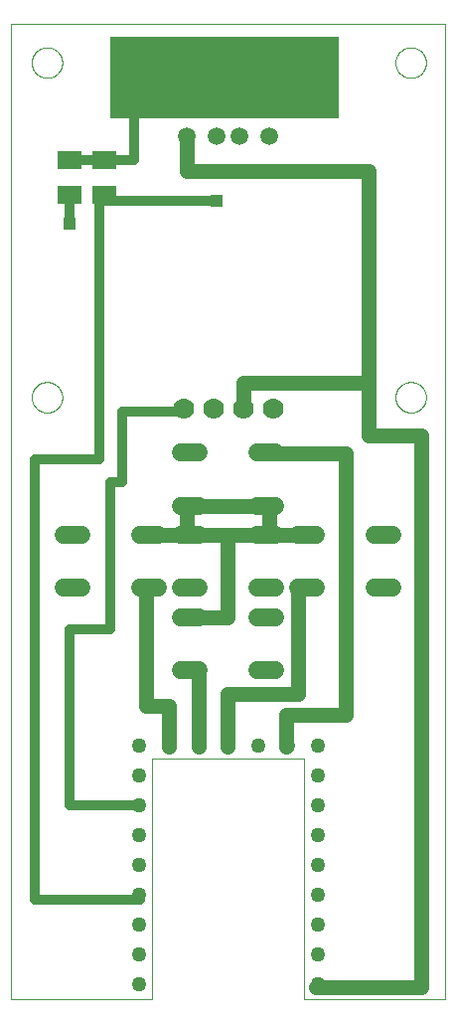
<source format=gbl>
G75*
%MOIN*%
%OFA0B0*%
%FSLAX25Y25*%
%IPPOS*%
%LPD*%
%AMOC8*
5,1,8,0,0,1.08239X$1,22.5*
%
%ADD10C,0.00000*%
%ADD11R,0.76772X0.27559*%
%ADD12C,0.06000*%
%ADD13C,0.05937*%
%ADD14R,0.07874X0.05906*%
%ADD15C,0.05000*%
%ADD16C,0.05000*%
%ADD17C,0.03200*%
%ADD18R,0.03962X0.03962*%
%ADD19C,0.07000*%
D10*
X0001000Y0006757D02*
X0048244Y0006757D01*
X0048244Y0087309D01*
X0099425Y0087309D01*
X0099425Y0006757D01*
X0146669Y0006757D01*
X0146669Y0333608D01*
X0001000Y0333608D01*
X0001000Y0006757D01*
X0048244Y0006600D02*
X0048244Y0006757D01*
X0099425Y0006757D02*
X0099425Y0006600D01*
X0130060Y0208547D02*
X0130062Y0208690D01*
X0130068Y0208833D01*
X0130078Y0208975D01*
X0130092Y0209117D01*
X0130110Y0209259D01*
X0130132Y0209401D01*
X0130157Y0209541D01*
X0130187Y0209681D01*
X0130221Y0209820D01*
X0130258Y0209958D01*
X0130300Y0210095D01*
X0130345Y0210230D01*
X0130394Y0210364D01*
X0130446Y0210497D01*
X0130502Y0210629D01*
X0130562Y0210758D01*
X0130626Y0210886D01*
X0130693Y0211013D01*
X0130764Y0211137D01*
X0130838Y0211259D01*
X0130915Y0211379D01*
X0130996Y0211497D01*
X0131080Y0211613D01*
X0131167Y0211726D01*
X0131257Y0211837D01*
X0131351Y0211945D01*
X0131447Y0212051D01*
X0131546Y0212153D01*
X0131649Y0212253D01*
X0131753Y0212350D01*
X0131861Y0212445D01*
X0131971Y0212536D01*
X0132084Y0212624D01*
X0132199Y0212708D01*
X0132316Y0212790D01*
X0132436Y0212868D01*
X0132557Y0212943D01*
X0132681Y0213015D01*
X0132807Y0213083D01*
X0132934Y0213147D01*
X0133064Y0213208D01*
X0133195Y0213265D01*
X0133327Y0213319D01*
X0133461Y0213368D01*
X0133596Y0213415D01*
X0133733Y0213457D01*
X0133871Y0213495D01*
X0134009Y0213530D01*
X0134149Y0213560D01*
X0134289Y0213587D01*
X0134430Y0213610D01*
X0134572Y0213629D01*
X0134714Y0213644D01*
X0134857Y0213655D01*
X0134999Y0213662D01*
X0135142Y0213665D01*
X0135285Y0213664D01*
X0135428Y0213659D01*
X0135571Y0213650D01*
X0135713Y0213637D01*
X0135855Y0213620D01*
X0135996Y0213599D01*
X0136137Y0213574D01*
X0136277Y0213546D01*
X0136416Y0213513D01*
X0136554Y0213476D01*
X0136691Y0213436D01*
X0136827Y0213392D01*
X0136962Y0213344D01*
X0137095Y0213292D01*
X0137227Y0213237D01*
X0137357Y0213178D01*
X0137486Y0213115D01*
X0137612Y0213049D01*
X0137737Y0212979D01*
X0137860Y0212906D01*
X0137980Y0212830D01*
X0138099Y0212750D01*
X0138215Y0212666D01*
X0138329Y0212580D01*
X0138440Y0212490D01*
X0138549Y0212398D01*
X0138655Y0212302D01*
X0138759Y0212204D01*
X0138860Y0212102D01*
X0138957Y0211998D01*
X0139052Y0211891D01*
X0139144Y0211782D01*
X0139233Y0211670D01*
X0139319Y0211555D01*
X0139401Y0211439D01*
X0139480Y0211319D01*
X0139556Y0211198D01*
X0139628Y0211075D01*
X0139697Y0210950D01*
X0139762Y0210823D01*
X0139824Y0210694D01*
X0139882Y0210563D01*
X0139937Y0210431D01*
X0139987Y0210297D01*
X0140034Y0210162D01*
X0140078Y0210026D01*
X0140117Y0209889D01*
X0140152Y0209750D01*
X0140184Y0209611D01*
X0140212Y0209471D01*
X0140236Y0209330D01*
X0140256Y0209188D01*
X0140272Y0209046D01*
X0140284Y0208904D01*
X0140292Y0208761D01*
X0140296Y0208618D01*
X0140296Y0208476D01*
X0140292Y0208333D01*
X0140284Y0208190D01*
X0140272Y0208048D01*
X0140256Y0207906D01*
X0140236Y0207764D01*
X0140212Y0207623D01*
X0140184Y0207483D01*
X0140152Y0207344D01*
X0140117Y0207205D01*
X0140078Y0207068D01*
X0140034Y0206932D01*
X0139987Y0206797D01*
X0139937Y0206663D01*
X0139882Y0206531D01*
X0139824Y0206400D01*
X0139762Y0206271D01*
X0139697Y0206144D01*
X0139628Y0206019D01*
X0139556Y0205896D01*
X0139480Y0205775D01*
X0139401Y0205655D01*
X0139319Y0205539D01*
X0139233Y0205424D01*
X0139144Y0205312D01*
X0139052Y0205203D01*
X0138957Y0205096D01*
X0138860Y0204992D01*
X0138759Y0204890D01*
X0138655Y0204792D01*
X0138549Y0204696D01*
X0138440Y0204604D01*
X0138329Y0204514D01*
X0138215Y0204428D01*
X0138099Y0204344D01*
X0137980Y0204264D01*
X0137860Y0204188D01*
X0137737Y0204115D01*
X0137612Y0204045D01*
X0137486Y0203979D01*
X0137357Y0203916D01*
X0137227Y0203857D01*
X0137095Y0203802D01*
X0136962Y0203750D01*
X0136827Y0203702D01*
X0136691Y0203658D01*
X0136554Y0203618D01*
X0136416Y0203581D01*
X0136277Y0203548D01*
X0136137Y0203520D01*
X0135996Y0203495D01*
X0135855Y0203474D01*
X0135713Y0203457D01*
X0135571Y0203444D01*
X0135428Y0203435D01*
X0135285Y0203430D01*
X0135142Y0203429D01*
X0134999Y0203432D01*
X0134857Y0203439D01*
X0134714Y0203450D01*
X0134572Y0203465D01*
X0134430Y0203484D01*
X0134289Y0203507D01*
X0134149Y0203534D01*
X0134009Y0203564D01*
X0133871Y0203599D01*
X0133733Y0203637D01*
X0133596Y0203679D01*
X0133461Y0203726D01*
X0133327Y0203775D01*
X0133195Y0203829D01*
X0133064Y0203886D01*
X0132934Y0203947D01*
X0132807Y0204011D01*
X0132681Y0204079D01*
X0132557Y0204151D01*
X0132436Y0204226D01*
X0132316Y0204304D01*
X0132199Y0204386D01*
X0132084Y0204470D01*
X0131971Y0204558D01*
X0131861Y0204649D01*
X0131753Y0204744D01*
X0131649Y0204841D01*
X0131546Y0204941D01*
X0131447Y0205043D01*
X0131351Y0205149D01*
X0131257Y0205257D01*
X0131167Y0205368D01*
X0131080Y0205481D01*
X0130996Y0205597D01*
X0130915Y0205715D01*
X0130838Y0205835D01*
X0130764Y0205957D01*
X0130693Y0206081D01*
X0130626Y0206208D01*
X0130562Y0206336D01*
X0130502Y0206465D01*
X0130446Y0206597D01*
X0130394Y0206730D01*
X0130345Y0206864D01*
X0130300Y0206999D01*
X0130258Y0207136D01*
X0130221Y0207274D01*
X0130187Y0207413D01*
X0130157Y0207553D01*
X0130132Y0207693D01*
X0130110Y0207835D01*
X0130092Y0207977D01*
X0130078Y0208119D01*
X0130068Y0208261D01*
X0130062Y0208404D01*
X0130060Y0208547D01*
X0095173Y0306837D02*
X0095175Y0306971D01*
X0095181Y0307105D01*
X0095191Y0307239D01*
X0095205Y0307373D01*
X0095223Y0307506D01*
X0095244Y0307638D01*
X0095270Y0307770D01*
X0095300Y0307901D01*
X0095333Y0308031D01*
X0095370Y0308159D01*
X0095412Y0308287D01*
X0095456Y0308414D01*
X0095505Y0308539D01*
X0095557Y0308662D01*
X0095613Y0308784D01*
X0095673Y0308905D01*
X0095736Y0309023D01*
X0095802Y0309140D01*
X0095872Y0309254D01*
X0095945Y0309367D01*
X0096022Y0309477D01*
X0096102Y0309585D01*
X0096185Y0309690D01*
X0096271Y0309793D01*
X0096360Y0309893D01*
X0096452Y0309991D01*
X0096547Y0310086D01*
X0096645Y0310178D01*
X0096745Y0310267D01*
X0096848Y0310353D01*
X0096953Y0310436D01*
X0097061Y0310516D01*
X0097171Y0310593D01*
X0097284Y0310666D01*
X0097398Y0310736D01*
X0097515Y0310802D01*
X0097633Y0310865D01*
X0097754Y0310925D01*
X0097876Y0310981D01*
X0097999Y0311033D01*
X0098124Y0311082D01*
X0098251Y0311126D01*
X0098379Y0311168D01*
X0098507Y0311205D01*
X0098637Y0311238D01*
X0098768Y0311268D01*
X0098900Y0311294D01*
X0099032Y0311315D01*
X0099165Y0311333D01*
X0099299Y0311347D01*
X0099433Y0311357D01*
X0099567Y0311363D01*
X0099701Y0311365D01*
X0099835Y0311363D01*
X0099969Y0311357D01*
X0100103Y0311347D01*
X0100237Y0311333D01*
X0100370Y0311315D01*
X0100502Y0311294D01*
X0100634Y0311268D01*
X0100765Y0311238D01*
X0100895Y0311205D01*
X0101023Y0311168D01*
X0101151Y0311126D01*
X0101278Y0311082D01*
X0101403Y0311033D01*
X0101526Y0310981D01*
X0101648Y0310925D01*
X0101769Y0310865D01*
X0101887Y0310802D01*
X0102004Y0310736D01*
X0102118Y0310666D01*
X0102231Y0310593D01*
X0102341Y0310516D01*
X0102449Y0310436D01*
X0102554Y0310353D01*
X0102657Y0310267D01*
X0102757Y0310178D01*
X0102855Y0310086D01*
X0102950Y0309991D01*
X0103042Y0309893D01*
X0103131Y0309793D01*
X0103217Y0309690D01*
X0103300Y0309585D01*
X0103380Y0309477D01*
X0103457Y0309367D01*
X0103530Y0309254D01*
X0103600Y0309140D01*
X0103666Y0309023D01*
X0103729Y0308905D01*
X0103789Y0308784D01*
X0103845Y0308662D01*
X0103897Y0308539D01*
X0103946Y0308414D01*
X0103990Y0308287D01*
X0104032Y0308159D01*
X0104069Y0308031D01*
X0104102Y0307901D01*
X0104132Y0307770D01*
X0104158Y0307638D01*
X0104179Y0307506D01*
X0104197Y0307373D01*
X0104211Y0307239D01*
X0104221Y0307105D01*
X0104227Y0306971D01*
X0104229Y0306837D01*
X0104227Y0306703D01*
X0104221Y0306569D01*
X0104211Y0306435D01*
X0104197Y0306301D01*
X0104179Y0306168D01*
X0104158Y0306036D01*
X0104132Y0305904D01*
X0104102Y0305773D01*
X0104069Y0305643D01*
X0104032Y0305515D01*
X0103990Y0305387D01*
X0103946Y0305260D01*
X0103897Y0305135D01*
X0103845Y0305012D01*
X0103789Y0304890D01*
X0103729Y0304769D01*
X0103666Y0304651D01*
X0103600Y0304534D01*
X0103530Y0304420D01*
X0103457Y0304307D01*
X0103380Y0304197D01*
X0103300Y0304089D01*
X0103217Y0303984D01*
X0103131Y0303881D01*
X0103042Y0303781D01*
X0102950Y0303683D01*
X0102855Y0303588D01*
X0102757Y0303496D01*
X0102657Y0303407D01*
X0102554Y0303321D01*
X0102449Y0303238D01*
X0102341Y0303158D01*
X0102231Y0303081D01*
X0102118Y0303008D01*
X0102004Y0302938D01*
X0101887Y0302872D01*
X0101769Y0302809D01*
X0101648Y0302749D01*
X0101526Y0302693D01*
X0101403Y0302641D01*
X0101278Y0302592D01*
X0101151Y0302548D01*
X0101023Y0302506D01*
X0100895Y0302469D01*
X0100765Y0302436D01*
X0100634Y0302406D01*
X0100502Y0302380D01*
X0100370Y0302359D01*
X0100237Y0302341D01*
X0100103Y0302327D01*
X0099969Y0302317D01*
X0099835Y0302311D01*
X0099701Y0302309D01*
X0099567Y0302311D01*
X0099433Y0302317D01*
X0099299Y0302327D01*
X0099165Y0302341D01*
X0099032Y0302359D01*
X0098900Y0302380D01*
X0098768Y0302406D01*
X0098637Y0302436D01*
X0098507Y0302469D01*
X0098379Y0302506D01*
X0098251Y0302548D01*
X0098124Y0302592D01*
X0097999Y0302641D01*
X0097876Y0302693D01*
X0097754Y0302749D01*
X0097633Y0302809D01*
X0097515Y0302872D01*
X0097398Y0302938D01*
X0097284Y0303008D01*
X0097171Y0303081D01*
X0097061Y0303158D01*
X0096953Y0303238D01*
X0096848Y0303321D01*
X0096745Y0303407D01*
X0096645Y0303496D01*
X0096547Y0303588D01*
X0096452Y0303683D01*
X0096360Y0303781D01*
X0096271Y0303881D01*
X0096185Y0303984D01*
X0096102Y0304089D01*
X0096022Y0304197D01*
X0095945Y0304307D01*
X0095872Y0304420D01*
X0095802Y0304534D01*
X0095736Y0304651D01*
X0095673Y0304769D01*
X0095613Y0304890D01*
X0095557Y0305012D01*
X0095505Y0305135D01*
X0095456Y0305260D01*
X0095412Y0305387D01*
X0095370Y0305515D01*
X0095333Y0305643D01*
X0095300Y0305773D01*
X0095270Y0305904D01*
X0095244Y0306036D01*
X0095223Y0306168D01*
X0095205Y0306301D01*
X0095191Y0306435D01*
X0095181Y0306569D01*
X0095175Y0306703D01*
X0095173Y0306837D01*
X0130060Y0320752D02*
X0130062Y0320895D01*
X0130068Y0321038D01*
X0130078Y0321180D01*
X0130092Y0321322D01*
X0130110Y0321464D01*
X0130132Y0321606D01*
X0130157Y0321746D01*
X0130187Y0321886D01*
X0130221Y0322025D01*
X0130258Y0322163D01*
X0130300Y0322300D01*
X0130345Y0322435D01*
X0130394Y0322569D01*
X0130446Y0322702D01*
X0130502Y0322834D01*
X0130562Y0322963D01*
X0130626Y0323091D01*
X0130693Y0323218D01*
X0130764Y0323342D01*
X0130838Y0323464D01*
X0130915Y0323584D01*
X0130996Y0323702D01*
X0131080Y0323818D01*
X0131167Y0323931D01*
X0131257Y0324042D01*
X0131351Y0324150D01*
X0131447Y0324256D01*
X0131546Y0324358D01*
X0131649Y0324458D01*
X0131753Y0324555D01*
X0131861Y0324650D01*
X0131971Y0324741D01*
X0132084Y0324829D01*
X0132199Y0324913D01*
X0132316Y0324995D01*
X0132436Y0325073D01*
X0132557Y0325148D01*
X0132681Y0325220D01*
X0132807Y0325288D01*
X0132934Y0325352D01*
X0133064Y0325413D01*
X0133195Y0325470D01*
X0133327Y0325524D01*
X0133461Y0325573D01*
X0133596Y0325620D01*
X0133733Y0325662D01*
X0133871Y0325700D01*
X0134009Y0325735D01*
X0134149Y0325765D01*
X0134289Y0325792D01*
X0134430Y0325815D01*
X0134572Y0325834D01*
X0134714Y0325849D01*
X0134857Y0325860D01*
X0134999Y0325867D01*
X0135142Y0325870D01*
X0135285Y0325869D01*
X0135428Y0325864D01*
X0135571Y0325855D01*
X0135713Y0325842D01*
X0135855Y0325825D01*
X0135996Y0325804D01*
X0136137Y0325779D01*
X0136277Y0325751D01*
X0136416Y0325718D01*
X0136554Y0325681D01*
X0136691Y0325641D01*
X0136827Y0325597D01*
X0136962Y0325549D01*
X0137095Y0325497D01*
X0137227Y0325442D01*
X0137357Y0325383D01*
X0137486Y0325320D01*
X0137612Y0325254D01*
X0137737Y0325184D01*
X0137860Y0325111D01*
X0137980Y0325035D01*
X0138099Y0324955D01*
X0138215Y0324871D01*
X0138329Y0324785D01*
X0138440Y0324695D01*
X0138549Y0324603D01*
X0138655Y0324507D01*
X0138759Y0324409D01*
X0138860Y0324307D01*
X0138957Y0324203D01*
X0139052Y0324096D01*
X0139144Y0323987D01*
X0139233Y0323875D01*
X0139319Y0323760D01*
X0139401Y0323644D01*
X0139480Y0323524D01*
X0139556Y0323403D01*
X0139628Y0323280D01*
X0139697Y0323155D01*
X0139762Y0323028D01*
X0139824Y0322899D01*
X0139882Y0322768D01*
X0139937Y0322636D01*
X0139987Y0322502D01*
X0140034Y0322367D01*
X0140078Y0322231D01*
X0140117Y0322094D01*
X0140152Y0321955D01*
X0140184Y0321816D01*
X0140212Y0321676D01*
X0140236Y0321535D01*
X0140256Y0321393D01*
X0140272Y0321251D01*
X0140284Y0321109D01*
X0140292Y0320966D01*
X0140296Y0320823D01*
X0140296Y0320681D01*
X0140292Y0320538D01*
X0140284Y0320395D01*
X0140272Y0320253D01*
X0140256Y0320111D01*
X0140236Y0319969D01*
X0140212Y0319828D01*
X0140184Y0319688D01*
X0140152Y0319549D01*
X0140117Y0319410D01*
X0140078Y0319273D01*
X0140034Y0319137D01*
X0139987Y0319002D01*
X0139937Y0318868D01*
X0139882Y0318736D01*
X0139824Y0318605D01*
X0139762Y0318476D01*
X0139697Y0318349D01*
X0139628Y0318224D01*
X0139556Y0318101D01*
X0139480Y0317980D01*
X0139401Y0317860D01*
X0139319Y0317744D01*
X0139233Y0317629D01*
X0139144Y0317517D01*
X0139052Y0317408D01*
X0138957Y0317301D01*
X0138860Y0317197D01*
X0138759Y0317095D01*
X0138655Y0316997D01*
X0138549Y0316901D01*
X0138440Y0316809D01*
X0138329Y0316719D01*
X0138215Y0316633D01*
X0138099Y0316549D01*
X0137980Y0316469D01*
X0137860Y0316393D01*
X0137737Y0316320D01*
X0137612Y0316250D01*
X0137486Y0316184D01*
X0137357Y0316121D01*
X0137227Y0316062D01*
X0137095Y0316007D01*
X0136962Y0315955D01*
X0136827Y0315907D01*
X0136691Y0315863D01*
X0136554Y0315823D01*
X0136416Y0315786D01*
X0136277Y0315753D01*
X0136137Y0315725D01*
X0135996Y0315700D01*
X0135855Y0315679D01*
X0135713Y0315662D01*
X0135571Y0315649D01*
X0135428Y0315640D01*
X0135285Y0315635D01*
X0135142Y0315634D01*
X0134999Y0315637D01*
X0134857Y0315644D01*
X0134714Y0315655D01*
X0134572Y0315670D01*
X0134430Y0315689D01*
X0134289Y0315712D01*
X0134149Y0315739D01*
X0134009Y0315769D01*
X0133871Y0315804D01*
X0133733Y0315842D01*
X0133596Y0315884D01*
X0133461Y0315931D01*
X0133327Y0315980D01*
X0133195Y0316034D01*
X0133064Y0316091D01*
X0132934Y0316152D01*
X0132807Y0316216D01*
X0132681Y0316284D01*
X0132557Y0316356D01*
X0132436Y0316431D01*
X0132316Y0316509D01*
X0132199Y0316591D01*
X0132084Y0316675D01*
X0131971Y0316763D01*
X0131861Y0316854D01*
X0131753Y0316949D01*
X0131649Y0317046D01*
X0131546Y0317146D01*
X0131447Y0317248D01*
X0131351Y0317354D01*
X0131257Y0317462D01*
X0131167Y0317573D01*
X0131080Y0317686D01*
X0130996Y0317802D01*
X0130915Y0317920D01*
X0130838Y0318040D01*
X0130764Y0318162D01*
X0130693Y0318286D01*
X0130626Y0318413D01*
X0130562Y0318541D01*
X0130502Y0318670D01*
X0130446Y0318802D01*
X0130394Y0318935D01*
X0130345Y0319069D01*
X0130300Y0319204D01*
X0130258Y0319341D01*
X0130221Y0319479D01*
X0130187Y0319618D01*
X0130157Y0319758D01*
X0130132Y0319898D01*
X0130110Y0320040D01*
X0130092Y0320182D01*
X0130078Y0320324D01*
X0130068Y0320466D01*
X0130062Y0320609D01*
X0130060Y0320752D01*
X0043441Y0306837D02*
X0043443Y0306971D01*
X0043449Y0307105D01*
X0043459Y0307239D01*
X0043473Y0307373D01*
X0043491Y0307506D01*
X0043512Y0307638D01*
X0043538Y0307770D01*
X0043568Y0307901D01*
X0043601Y0308031D01*
X0043638Y0308159D01*
X0043680Y0308287D01*
X0043724Y0308414D01*
X0043773Y0308539D01*
X0043825Y0308662D01*
X0043881Y0308784D01*
X0043941Y0308905D01*
X0044004Y0309023D01*
X0044070Y0309140D01*
X0044140Y0309254D01*
X0044213Y0309367D01*
X0044290Y0309477D01*
X0044370Y0309585D01*
X0044453Y0309690D01*
X0044539Y0309793D01*
X0044628Y0309893D01*
X0044720Y0309991D01*
X0044815Y0310086D01*
X0044913Y0310178D01*
X0045013Y0310267D01*
X0045116Y0310353D01*
X0045221Y0310436D01*
X0045329Y0310516D01*
X0045439Y0310593D01*
X0045552Y0310666D01*
X0045666Y0310736D01*
X0045783Y0310802D01*
X0045901Y0310865D01*
X0046022Y0310925D01*
X0046144Y0310981D01*
X0046267Y0311033D01*
X0046392Y0311082D01*
X0046519Y0311126D01*
X0046647Y0311168D01*
X0046775Y0311205D01*
X0046905Y0311238D01*
X0047036Y0311268D01*
X0047168Y0311294D01*
X0047300Y0311315D01*
X0047433Y0311333D01*
X0047567Y0311347D01*
X0047701Y0311357D01*
X0047835Y0311363D01*
X0047969Y0311365D01*
X0048103Y0311363D01*
X0048237Y0311357D01*
X0048371Y0311347D01*
X0048505Y0311333D01*
X0048638Y0311315D01*
X0048770Y0311294D01*
X0048902Y0311268D01*
X0049033Y0311238D01*
X0049163Y0311205D01*
X0049291Y0311168D01*
X0049419Y0311126D01*
X0049546Y0311082D01*
X0049671Y0311033D01*
X0049794Y0310981D01*
X0049916Y0310925D01*
X0050037Y0310865D01*
X0050155Y0310802D01*
X0050272Y0310736D01*
X0050386Y0310666D01*
X0050499Y0310593D01*
X0050609Y0310516D01*
X0050717Y0310436D01*
X0050822Y0310353D01*
X0050925Y0310267D01*
X0051025Y0310178D01*
X0051123Y0310086D01*
X0051218Y0309991D01*
X0051310Y0309893D01*
X0051399Y0309793D01*
X0051485Y0309690D01*
X0051568Y0309585D01*
X0051648Y0309477D01*
X0051725Y0309367D01*
X0051798Y0309254D01*
X0051868Y0309140D01*
X0051934Y0309023D01*
X0051997Y0308905D01*
X0052057Y0308784D01*
X0052113Y0308662D01*
X0052165Y0308539D01*
X0052214Y0308414D01*
X0052258Y0308287D01*
X0052300Y0308159D01*
X0052337Y0308031D01*
X0052370Y0307901D01*
X0052400Y0307770D01*
X0052426Y0307638D01*
X0052447Y0307506D01*
X0052465Y0307373D01*
X0052479Y0307239D01*
X0052489Y0307105D01*
X0052495Y0306971D01*
X0052497Y0306837D01*
X0052495Y0306703D01*
X0052489Y0306569D01*
X0052479Y0306435D01*
X0052465Y0306301D01*
X0052447Y0306168D01*
X0052426Y0306036D01*
X0052400Y0305904D01*
X0052370Y0305773D01*
X0052337Y0305643D01*
X0052300Y0305515D01*
X0052258Y0305387D01*
X0052214Y0305260D01*
X0052165Y0305135D01*
X0052113Y0305012D01*
X0052057Y0304890D01*
X0051997Y0304769D01*
X0051934Y0304651D01*
X0051868Y0304534D01*
X0051798Y0304420D01*
X0051725Y0304307D01*
X0051648Y0304197D01*
X0051568Y0304089D01*
X0051485Y0303984D01*
X0051399Y0303881D01*
X0051310Y0303781D01*
X0051218Y0303683D01*
X0051123Y0303588D01*
X0051025Y0303496D01*
X0050925Y0303407D01*
X0050822Y0303321D01*
X0050717Y0303238D01*
X0050609Y0303158D01*
X0050499Y0303081D01*
X0050386Y0303008D01*
X0050272Y0302938D01*
X0050155Y0302872D01*
X0050037Y0302809D01*
X0049916Y0302749D01*
X0049794Y0302693D01*
X0049671Y0302641D01*
X0049546Y0302592D01*
X0049419Y0302548D01*
X0049291Y0302506D01*
X0049163Y0302469D01*
X0049033Y0302436D01*
X0048902Y0302406D01*
X0048770Y0302380D01*
X0048638Y0302359D01*
X0048505Y0302341D01*
X0048371Y0302327D01*
X0048237Y0302317D01*
X0048103Y0302311D01*
X0047969Y0302309D01*
X0047835Y0302311D01*
X0047701Y0302317D01*
X0047567Y0302327D01*
X0047433Y0302341D01*
X0047300Y0302359D01*
X0047168Y0302380D01*
X0047036Y0302406D01*
X0046905Y0302436D01*
X0046775Y0302469D01*
X0046647Y0302506D01*
X0046519Y0302548D01*
X0046392Y0302592D01*
X0046267Y0302641D01*
X0046144Y0302693D01*
X0046022Y0302749D01*
X0045901Y0302809D01*
X0045783Y0302872D01*
X0045666Y0302938D01*
X0045552Y0303008D01*
X0045439Y0303081D01*
X0045329Y0303158D01*
X0045221Y0303238D01*
X0045116Y0303321D01*
X0045013Y0303407D01*
X0044913Y0303496D01*
X0044815Y0303588D01*
X0044720Y0303683D01*
X0044628Y0303781D01*
X0044539Y0303881D01*
X0044453Y0303984D01*
X0044370Y0304089D01*
X0044290Y0304197D01*
X0044213Y0304307D01*
X0044140Y0304420D01*
X0044070Y0304534D01*
X0044004Y0304651D01*
X0043941Y0304769D01*
X0043881Y0304890D01*
X0043825Y0305012D01*
X0043773Y0305135D01*
X0043724Y0305260D01*
X0043680Y0305387D01*
X0043638Y0305515D01*
X0043601Y0305643D01*
X0043568Y0305773D01*
X0043538Y0305904D01*
X0043512Y0306036D01*
X0043491Y0306168D01*
X0043473Y0306301D01*
X0043459Y0306435D01*
X0043449Y0306569D01*
X0043443Y0306703D01*
X0043441Y0306837D01*
X0008013Y0320752D02*
X0008015Y0320895D01*
X0008021Y0321038D01*
X0008031Y0321180D01*
X0008045Y0321322D01*
X0008063Y0321464D01*
X0008085Y0321606D01*
X0008110Y0321746D01*
X0008140Y0321886D01*
X0008174Y0322025D01*
X0008211Y0322163D01*
X0008253Y0322300D01*
X0008298Y0322435D01*
X0008347Y0322569D01*
X0008399Y0322702D01*
X0008455Y0322834D01*
X0008515Y0322963D01*
X0008579Y0323091D01*
X0008646Y0323218D01*
X0008717Y0323342D01*
X0008791Y0323464D01*
X0008868Y0323584D01*
X0008949Y0323702D01*
X0009033Y0323818D01*
X0009120Y0323931D01*
X0009210Y0324042D01*
X0009304Y0324150D01*
X0009400Y0324256D01*
X0009499Y0324358D01*
X0009602Y0324458D01*
X0009706Y0324555D01*
X0009814Y0324650D01*
X0009924Y0324741D01*
X0010037Y0324829D01*
X0010152Y0324913D01*
X0010269Y0324995D01*
X0010389Y0325073D01*
X0010510Y0325148D01*
X0010634Y0325220D01*
X0010760Y0325288D01*
X0010887Y0325352D01*
X0011017Y0325413D01*
X0011148Y0325470D01*
X0011280Y0325524D01*
X0011414Y0325573D01*
X0011549Y0325620D01*
X0011686Y0325662D01*
X0011824Y0325700D01*
X0011962Y0325735D01*
X0012102Y0325765D01*
X0012242Y0325792D01*
X0012383Y0325815D01*
X0012525Y0325834D01*
X0012667Y0325849D01*
X0012810Y0325860D01*
X0012952Y0325867D01*
X0013095Y0325870D01*
X0013238Y0325869D01*
X0013381Y0325864D01*
X0013524Y0325855D01*
X0013666Y0325842D01*
X0013808Y0325825D01*
X0013949Y0325804D01*
X0014090Y0325779D01*
X0014230Y0325751D01*
X0014369Y0325718D01*
X0014507Y0325681D01*
X0014644Y0325641D01*
X0014780Y0325597D01*
X0014915Y0325549D01*
X0015048Y0325497D01*
X0015180Y0325442D01*
X0015310Y0325383D01*
X0015439Y0325320D01*
X0015565Y0325254D01*
X0015690Y0325184D01*
X0015813Y0325111D01*
X0015933Y0325035D01*
X0016052Y0324955D01*
X0016168Y0324871D01*
X0016282Y0324785D01*
X0016393Y0324695D01*
X0016502Y0324603D01*
X0016608Y0324507D01*
X0016712Y0324409D01*
X0016813Y0324307D01*
X0016910Y0324203D01*
X0017005Y0324096D01*
X0017097Y0323987D01*
X0017186Y0323875D01*
X0017272Y0323760D01*
X0017354Y0323644D01*
X0017433Y0323524D01*
X0017509Y0323403D01*
X0017581Y0323280D01*
X0017650Y0323155D01*
X0017715Y0323028D01*
X0017777Y0322899D01*
X0017835Y0322768D01*
X0017890Y0322636D01*
X0017940Y0322502D01*
X0017987Y0322367D01*
X0018031Y0322231D01*
X0018070Y0322094D01*
X0018105Y0321955D01*
X0018137Y0321816D01*
X0018165Y0321676D01*
X0018189Y0321535D01*
X0018209Y0321393D01*
X0018225Y0321251D01*
X0018237Y0321109D01*
X0018245Y0320966D01*
X0018249Y0320823D01*
X0018249Y0320681D01*
X0018245Y0320538D01*
X0018237Y0320395D01*
X0018225Y0320253D01*
X0018209Y0320111D01*
X0018189Y0319969D01*
X0018165Y0319828D01*
X0018137Y0319688D01*
X0018105Y0319549D01*
X0018070Y0319410D01*
X0018031Y0319273D01*
X0017987Y0319137D01*
X0017940Y0319002D01*
X0017890Y0318868D01*
X0017835Y0318736D01*
X0017777Y0318605D01*
X0017715Y0318476D01*
X0017650Y0318349D01*
X0017581Y0318224D01*
X0017509Y0318101D01*
X0017433Y0317980D01*
X0017354Y0317860D01*
X0017272Y0317744D01*
X0017186Y0317629D01*
X0017097Y0317517D01*
X0017005Y0317408D01*
X0016910Y0317301D01*
X0016813Y0317197D01*
X0016712Y0317095D01*
X0016608Y0316997D01*
X0016502Y0316901D01*
X0016393Y0316809D01*
X0016282Y0316719D01*
X0016168Y0316633D01*
X0016052Y0316549D01*
X0015933Y0316469D01*
X0015813Y0316393D01*
X0015690Y0316320D01*
X0015565Y0316250D01*
X0015439Y0316184D01*
X0015310Y0316121D01*
X0015180Y0316062D01*
X0015048Y0316007D01*
X0014915Y0315955D01*
X0014780Y0315907D01*
X0014644Y0315863D01*
X0014507Y0315823D01*
X0014369Y0315786D01*
X0014230Y0315753D01*
X0014090Y0315725D01*
X0013949Y0315700D01*
X0013808Y0315679D01*
X0013666Y0315662D01*
X0013524Y0315649D01*
X0013381Y0315640D01*
X0013238Y0315635D01*
X0013095Y0315634D01*
X0012952Y0315637D01*
X0012810Y0315644D01*
X0012667Y0315655D01*
X0012525Y0315670D01*
X0012383Y0315689D01*
X0012242Y0315712D01*
X0012102Y0315739D01*
X0011962Y0315769D01*
X0011824Y0315804D01*
X0011686Y0315842D01*
X0011549Y0315884D01*
X0011414Y0315931D01*
X0011280Y0315980D01*
X0011148Y0316034D01*
X0011017Y0316091D01*
X0010887Y0316152D01*
X0010760Y0316216D01*
X0010634Y0316284D01*
X0010510Y0316356D01*
X0010389Y0316431D01*
X0010269Y0316509D01*
X0010152Y0316591D01*
X0010037Y0316675D01*
X0009924Y0316763D01*
X0009814Y0316854D01*
X0009706Y0316949D01*
X0009602Y0317046D01*
X0009499Y0317146D01*
X0009400Y0317248D01*
X0009304Y0317354D01*
X0009210Y0317462D01*
X0009120Y0317573D01*
X0009033Y0317686D01*
X0008949Y0317802D01*
X0008868Y0317920D01*
X0008791Y0318040D01*
X0008717Y0318162D01*
X0008646Y0318286D01*
X0008579Y0318413D01*
X0008515Y0318541D01*
X0008455Y0318670D01*
X0008399Y0318802D01*
X0008347Y0318935D01*
X0008298Y0319069D01*
X0008253Y0319204D01*
X0008211Y0319341D01*
X0008174Y0319479D01*
X0008140Y0319618D01*
X0008110Y0319758D01*
X0008085Y0319898D01*
X0008063Y0320040D01*
X0008045Y0320182D01*
X0008031Y0320324D01*
X0008021Y0320466D01*
X0008015Y0320609D01*
X0008013Y0320752D01*
X0008013Y0208547D02*
X0008015Y0208690D01*
X0008021Y0208833D01*
X0008031Y0208975D01*
X0008045Y0209117D01*
X0008063Y0209259D01*
X0008085Y0209401D01*
X0008110Y0209541D01*
X0008140Y0209681D01*
X0008174Y0209820D01*
X0008211Y0209958D01*
X0008253Y0210095D01*
X0008298Y0210230D01*
X0008347Y0210364D01*
X0008399Y0210497D01*
X0008455Y0210629D01*
X0008515Y0210758D01*
X0008579Y0210886D01*
X0008646Y0211013D01*
X0008717Y0211137D01*
X0008791Y0211259D01*
X0008868Y0211379D01*
X0008949Y0211497D01*
X0009033Y0211613D01*
X0009120Y0211726D01*
X0009210Y0211837D01*
X0009304Y0211945D01*
X0009400Y0212051D01*
X0009499Y0212153D01*
X0009602Y0212253D01*
X0009706Y0212350D01*
X0009814Y0212445D01*
X0009924Y0212536D01*
X0010037Y0212624D01*
X0010152Y0212708D01*
X0010269Y0212790D01*
X0010389Y0212868D01*
X0010510Y0212943D01*
X0010634Y0213015D01*
X0010760Y0213083D01*
X0010887Y0213147D01*
X0011017Y0213208D01*
X0011148Y0213265D01*
X0011280Y0213319D01*
X0011414Y0213368D01*
X0011549Y0213415D01*
X0011686Y0213457D01*
X0011824Y0213495D01*
X0011962Y0213530D01*
X0012102Y0213560D01*
X0012242Y0213587D01*
X0012383Y0213610D01*
X0012525Y0213629D01*
X0012667Y0213644D01*
X0012810Y0213655D01*
X0012952Y0213662D01*
X0013095Y0213665D01*
X0013238Y0213664D01*
X0013381Y0213659D01*
X0013524Y0213650D01*
X0013666Y0213637D01*
X0013808Y0213620D01*
X0013949Y0213599D01*
X0014090Y0213574D01*
X0014230Y0213546D01*
X0014369Y0213513D01*
X0014507Y0213476D01*
X0014644Y0213436D01*
X0014780Y0213392D01*
X0014915Y0213344D01*
X0015048Y0213292D01*
X0015180Y0213237D01*
X0015310Y0213178D01*
X0015439Y0213115D01*
X0015565Y0213049D01*
X0015690Y0212979D01*
X0015813Y0212906D01*
X0015933Y0212830D01*
X0016052Y0212750D01*
X0016168Y0212666D01*
X0016282Y0212580D01*
X0016393Y0212490D01*
X0016502Y0212398D01*
X0016608Y0212302D01*
X0016712Y0212204D01*
X0016813Y0212102D01*
X0016910Y0211998D01*
X0017005Y0211891D01*
X0017097Y0211782D01*
X0017186Y0211670D01*
X0017272Y0211555D01*
X0017354Y0211439D01*
X0017433Y0211319D01*
X0017509Y0211198D01*
X0017581Y0211075D01*
X0017650Y0210950D01*
X0017715Y0210823D01*
X0017777Y0210694D01*
X0017835Y0210563D01*
X0017890Y0210431D01*
X0017940Y0210297D01*
X0017987Y0210162D01*
X0018031Y0210026D01*
X0018070Y0209889D01*
X0018105Y0209750D01*
X0018137Y0209611D01*
X0018165Y0209471D01*
X0018189Y0209330D01*
X0018209Y0209188D01*
X0018225Y0209046D01*
X0018237Y0208904D01*
X0018245Y0208761D01*
X0018249Y0208618D01*
X0018249Y0208476D01*
X0018245Y0208333D01*
X0018237Y0208190D01*
X0018225Y0208048D01*
X0018209Y0207906D01*
X0018189Y0207764D01*
X0018165Y0207623D01*
X0018137Y0207483D01*
X0018105Y0207344D01*
X0018070Y0207205D01*
X0018031Y0207068D01*
X0017987Y0206932D01*
X0017940Y0206797D01*
X0017890Y0206663D01*
X0017835Y0206531D01*
X0017777Y0206400D01*
X0017715Y0206271D01*
X0017650Y0206144D01*
X0017581Y0206019D01*
X0017509Y0205896D01*
X0017433Y0205775D01*
X0017354Y0205655D01*
X0017272Y0205539D01*
X0017186Y0205424D01*
X0017097Y0205312D01*
X0017005Y0205203D01*
X0016910Y0205096D01*
X0016813Y0204992D01*
X0016712Y0204890D01*
X0016608Y0204792D01*
X0016502Y0204696D01*
X0016393Y0204604D01*
X0016282Y0204514D01*
X0016168Y0204428D01*
X0016052Y0204344D01*
X0015933Y0204264D01*
X0015813Y0204188D01*
X0015690Y0204115D01*
X0015565Y0204045D01*
X0015439Y0203979D01*
X0015310Y0203916D01*
X0015180Y0203857D01*
X0015048Y0203802D01*
X0014915Y0203750D01*
X0014780Y0203702D01*
X0014644Y0203658D01*
X0014507Y0203618D01*
X0014369Y0203581D01*
X0014230Y0203548D01*
X0014090Y0203520D01*
X0013949Y0203495D01*
X0013808Y0203474D01*
X0013666Y0203457D01*
X0013524Y0203444D01*
X0013381Y0203435D01*
X0013238Y0203430D01*
X0013095Y0203429D01*
X0012952Y0203432D01*
X0012810Y0203439D01*
X0012667Y0203450D01*
X0012525Y0203465D01*
X0012383Y0203484D01*
X0012242Y0203507D01*
X0012102Y0203534D01*
X0011962Y0203564D01*
X0011824Y0203599D01*
X0011686Y0203637D01*
X0011549Y0203679D01*
X0011414Y0203726D01*
X0011280Y0203775D01*
X0011148Y0203829D01*
X0011017Y0203886D01*
X0010887Y0203947D01*
X0010760Y0204011D01*
X0010634Y0204079D01*
X0010510Y0204151D01*
X0010389Y0204226D01*
X0010269Y0204304D01*
X0010152Y0204386D01*
X0010037Y0204470D01*
X0009924Y0204558D01*
X0009814Y0204649D01*
X0009706Y0204744D01*
X0009602Y0204841D01*
X0009499Y0204941D01*
X0009400Y0205043D01*
X0009304Y0205149D01*
X0009210Y0205257D01*
X0009120Y0205368D01*
X0009033Y0205481D01*
X0008949Y0205597D01*
X0008868Y0205715D01*
X0008791Y0205835D01*
X0008717Y0205957D01*
X0008646Y0206081D01*
X0008579Y0206208D01*
X0008515Y0206336D01*
X0008455Y0206465D01*
X0008399Y0206597D01*
X0008347Y0206730D01*
X0008298Y0206864D01*
X0008253Y0206999D01*
X0008211Y0207136D01*
X0008174Y0207274D01*
X0008140Y0207413D01*
X0008110Y0207553D01*
X0008085Y0207693D01*
X0008063Y0207835D01*
X0008045Y0207977D01*
X0008031Y0208119D01*
X0008021Y0208261D01*
X0008015Y0208404D01*
X0008013Y0208547D01*
D11*
X0072850Y0315813D03*
D12*
X0064035Y0189949D02*
X0058035Y0189949D01*
X0058035Y0172149D02*
X0064035Y0172149D01*
X0064035Y0162390D02*
X0058035Y0162390D01*
X0050265Y0162390D02*
X0044265Y0162390D01*
X0044265Y0144590D02*
X0050265Y0144590D01*
X0058035Y0144590D02*
X0064035Y0144590D01*
X0064035Y0134831D02*
X0058035Y0134831D01*
X0058035Y0117031D02*
X0064035Y0117031D01*
X0083635Y0117031D02*
X0089635Y0117031D01*
X0089635Y0134831D02*
X0083635Y0134831D01*
X0083635Y0144590D02*
X0089635Y0144590D01*
X0097405Y0144590D02*
X0103405Y0144590D01*
X0103405Y0162390D02*
X0097405Y0162390D01*
X0089635Y0162390D02*
X0083635Y0162390D01*
X0083635Y0172149D02*
X0089635Y0172149D01*
X0089635Y0189949D02*
X0083635Y0189949D01*
X0123005Y0162390D02*
X0129005Y0162390D01*
X0129005Y0144590D02*
X0123005Y0144590D01*
X0024665Y0144590D02*
X0018665Y0144590D01*
X0018665Y0162390D02*
X0024665Y0162390D01*
D13*
X0060055Y0296167D03*
X0069898Y0296167D03*
X0077772Y0296167D03*
X0087615Y0296167D03*
D14*
X0032496Y0288254D03*
X0032496Y0276443D03*
X0020685Y0276443D03*
X0020685Y0288254D03*
D15*
X0044031Y0091600D03*
X0044031Y0081600D03*
X0044031Y0071600D03*
X0044031Y0061600D03*
X0044031Y0051600D03*
X0044031Y0041600D03*
X0044031Y0031600D03*
X0044031Y0021600D03*
X0044031Y0011600D03*
X0054031Y0091600D03*
X0064031Y0091600D03*
X0074031Y0091600D03*
X0084031Y0091600D03*
X0094031Y0091600D03*
X0104031Y0091600D03*
X0104031Y0081600D03*
X0104031Y0071600D03*
X0104031Y0061600D03*
X0104031Y0051600D03*
X0104031Y0041600D03*
X0104031Y0031600D03*
X0104031Y0021600D03*
X0104031Y0011600D03*
D16*
X0103362Y0010694D02*
X0138795Y0010694D01*
X0138795Y0195734D01*
X0121079Y0195734D01*
X0121079Y0284317D01*
X0060055Y0284317D01*
X0060055Y0296128D01*
X0079112Y0213260D02*
X0120861Y0213260D01*
X0113205Y0189828D02*
X0113205Y0102114D01*
X0093520Y0102114D01*
X0093520Y0091403D01*
X0097457Y0109120D02*
X0073835Y0109120D01*
X0073835Y0091403D01*
X0063992Y0091403D02*
X0063992Y0116994D01*
X0060055Y0116994D01*
X0054150Y0105183D02*
X0054150Y0091403D01*
X0054150Y0105183D02*
X0046276Y0105183D01*
X0046276Y0144553D01*
X0046276Y0162269D02*
X0060055Y0162269D01*
X0060055Y0172112D01*
X0087614Y0172112D01*
X0087614Y0162269D01*
X0073835Y0162269D01*
X0073835Y0134710D01*
X0060055Y0134710D01*
X0060055Y0162269D02*
X0073835Y0162269D01*
X0085646Y0189828D02*
X0113205Y0189828D01*
X0099425Y0162269D02*
X0087614Y0162269D01*
X0097457Y0144553D02*
X0097457Y0109120D01*
X0097457Y0144553D02*
X0101394Y0144553D01*
X0079112Y0204449D02*
X0079112Y0213260D01*
D17*
X0059103Y0204449D02*
X0059103Y0203608D01*
X0038402Y0203608D01*
X0038402Y0179986D01*
X0034465Y0179986D01*
X0034465Y0130773D01*
X0020685Y0130773D01*
X0020685Y0071718D01*
X0044307Y0071718D01*
X0044307Y0040222D02*
X0008874Y0040222D01*
X0008874Y0187860D01*
X0030528Y0187860D01*
X0030528Y0274474D01*
X0069898Y0274474D01*
X0042339Y0288254D02*
X0020685Y0288254D01*
X0020685Y0276443D02*
X0020685Y0266600D01*
X0042339Y0288254D02*
X0042339Y0305970D01*
D18*
X0020685Y0266600D03*
X0069898Y0274474D03*
D19*
X0069117Y0204666D03*
X0059117Y0204666D03*
X0079155Y0204610D03*
X0089117Y0204666D03*
M02*

</source>
